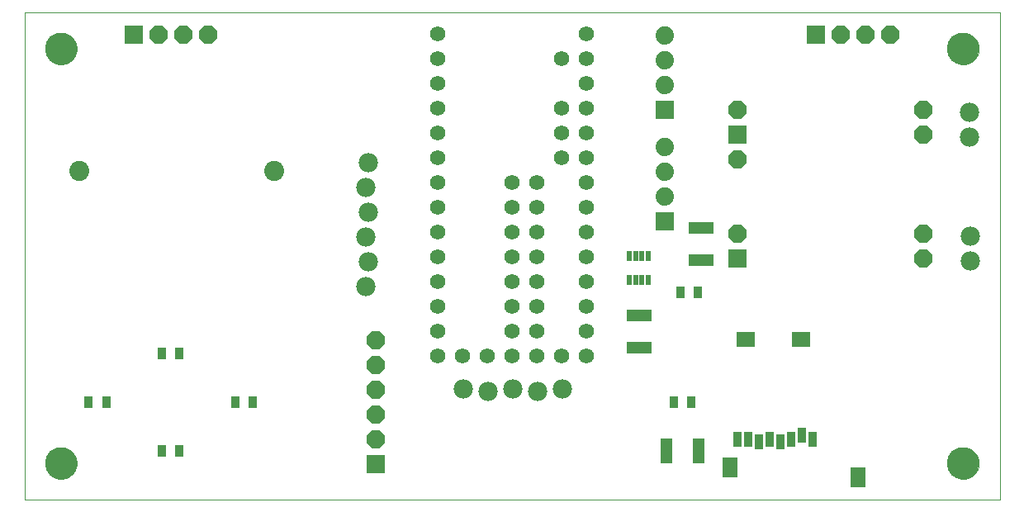
<source format=gts>
G75*
%MOIN*%
%OFA0B0*%
%FSLAX25Y25*%
%IPPOS*%
%LPD*%
%AMOC8*
5,1,8,0,0,1.08239X$1,22.5*
%
%ADD10C,0.00000*%
%ADD11C,0.12998*%
%ADD12R,0.10243X0.05124*%
%ADD13C,0.07800*%
%ADD14OC8,0.07400*%
%ADD15R,0.07400X0.07400*%
%ADD16C,0.07400*%
%ADD17C,0.06200*%
%ADD18R,0.07487X0.05912*%
%ADD19R,0.05912X0.07880*%
%ADD20R,0.03550X0.06306*%
%ADD21R,0.02172X0.04337*%
%ADD22R,0.03550X0.05124*%
%ADD23C,0.08077*%
%ADD24R,0.05124X0.10243*%
D10*
X0011643Y0016420D02*
X0011643Y0213270D01*
X0405343Y0213270D01*
X0405343Y0016420D01*
X0011643Y0016420D01*
X0020107Y0031183D02*
X0020109Y0031341D01*
X0020115Y0031499D01*
X0020125Y0031657D01*
X0020139Y0031815D01*
X0020157Y0031972D01*
X0020178Y0032129D01*
X0020204Y0032285D01*
X0020234Y0032441D01*
X0020267Y0032596D01*
X0020305Y0032749D01*
X0020346Y0032902D01*
X0020391Y0033054D01*
X0020440Y0033205D01*
X0020493Y0033354D01*
X0020549Y0033502D01*
X0020609Y0033648D01*
X0020673Y0033793D01*
X0020741Y0033936D01*
X0020812Y0034078D01*
X0020886Y0034218D01*
X0020964Y0034355D01*
X0021046Y0034491D01*
X0021130Y0034625D01*
X0021219Y0034756D01*
X0021310Y0034885D01*
X0021405Y0035012D01*
X0021502Y0035137D01*
X0021603Y0035259D01*
X0021707Y0035378D01*
X0021814Y0035495D01*
X0021924Y0035609D01*
X0022037Y0035720D01*
X0022152Y0035829D01*
X0022270Y0035934D01*
X0022391Y0036036D01*
X0022514Y0036136D01*
X0022640Y0036232D01*
X0022768Y0036325D01*
X0022898Y0036415D01*
X0023031Y0036501D01*
X0023166Y0036585D01*
X0023302Y0036664D01*
X0023441Y0036741D01*
X0023582Y0036813D01*
X0023724Y0036883D01*
X0023868Y0036948D01*
X0024014Y0037010D01*
X0024161Y0037068D01*
X0024310Y0037123D01*
X0024460Y0037174D01*
X0024611Y0037221D01*
X0024763Y0037264D01*
X0024916Y0037303D01*
X0025071Y0037339D01*
X0025226Y0037370D01*
X0025382Y0037398D01*
X0025538Y0037422D01*
X0025695Y0037442D01*
X0025853Y0037458D01*
X0026010Y0037470D01*
X0026169Y0037478D01*
X0026327Y0037482D01*
X0026485Y0037482D01*
X0026643Y0037478D01*
X0026802Y0037470D01*
X0026959Y0037458D01*
X0027117Y0037442D01*
X0027274Y0037422D01*
X0027430Y0037398D01*
X0027586Y0037370D01*
X0027741Y0037339D01*
X0027896Y0037303D01*
X0028049Y0037264D01*
X0028201Y0037221D01*
X0028352Y0037174D01*
X0028502Y0037123D01*
X0028651Y0037068D01*
X0028798Y0037010D01*
X0028944Y0036948D01*
X0029088Y0036883D01*
X0029230Y0036813D01*
X0029371Y0036741D01*
X0029510Y0036664D01*
X0029646Y0036585D01*
X0029781Y0036501D01*
X0029914Y0036415D01*
X0030044Y0036325D01*
X0030172Y0036232D01*
X0030298Y0036136D01*
X0030421Y0036036D01*
X0030542Y0035934D01*
X0030660Y0035829D01*
X0030775Y0035720D01*
X0030888Y0035609D01*
X0030998Y0035495D01*
X0031105Y0035378D01*
X0031209Y0035259D01*
X0031310Y0035137D01*
X0031407Y0035012D01*
X0031502Y0034885D01*
X0031593Y0034756D01*
X0031682Y0034625D01*
X0031766Y0034491D01*
X0031848Y0034355D01*
X0031926Y0034218D01*
X0032000Y0034078D01*
X0032071Y0033936D01*
X0032139Y0033793D01*
X0032203Y0033648D01*
X0032263Y0033502D01*
X0032319Y0033354D01*
X0032372Y0033205D01*
X0032421Y0033054D01*
X0032466Y0032902D01*
X0032507Y0032749D01*
X0032545Y0032596D01*
X0032578Y0032441D01*
X0032608Y0032285D01*
X0032634Y0032129D01*
X0032655Y0031972D01*
X0032673Y0031815D01*
X0032687Y0031657D01*
X0032697Y0031499D01*
X0032703Y0031341D01*
X0032705Y0031183D01*
X0032703Y0031025D01*
X0032697Y0030867D01*
X0032687Y0030709D01*
X0032673Y0030551D01*
X0032655Y0030394D01*
X0032634Y0030237D01*
X0032608Y0030081D01*
X0032578Y0029925D01*
X0032545Y0029770D01*
X0032507Y0029617D01*
X0032466Y0029464D01*
X0032421Y0029312D01*
X0032372Y0029161D01*
X0032319Y0029012D01*
X0032263Y0028864D01*
X0032203Y0028718D01*
X0032139Y0028573D01*
X0032071Y0028430D01*
X0032000Y0028288D01*
X0031926Y0028148D01*
X0031848Y0028011D01*
X0031766Y0027875D01*
X0031682Y0027741D01*
X0031593Y0027610D01*
X0031502Y0027481D01*
X0031407Y0027354D01*
X0031310Y0027229D01*
X0031209Y0027107D01*
X0031105Y0026988D01*
X0030998Y0026871D01*
X0030888Y0026757D01*
X0030775Y0026646D01*
X0030660Y0026537D01*
X0030542Y0026432D01*
X0030421Y0026330D01*
X0030298Y0026230D01*
X0030172Y0026134D01*
X0030044Y0026041D01*
X0029914Y0025951D01*
X0029781Y0025865D01*
X0029646Y0025781D01*
X0029510Y0025702D01*
X0029371Y0025625D01*
X0029230Y0025553D01*
X0029088Y0025483D01*
X0028944Y0025418D01*
X0028798Y0025356D01*
X0028651Y0025298D01*
X0028502Y0025243D01*
X0028352Y0025192D01*
X0028201Y0025145D01*
X0028049Y0025102D01*
X0027896Y0025063D01*
X0027741Y0025027D01*
X0027586Y0024996D01*
X0027430Y0024968D01*
X0027274Y0024944D01*
X0027117Y0024924D01*
X0026959Y0024908D01*
X0026802Y0024896D01*
X0026643Y0024888D01*
X0026485Y0024884D01*
X0026327Y0024884D01*
X0026169Y0024888D01*
X0026010Y0024896D01*
X0025853Y0024908D01*
X0025695Y0024924D01*
X0025538Y0024944D01*
X0025382Y0024968D01*
X0025226Y0024996D01*
X0025071Y0025027D01*
X0024916Y0025063D01*
X0024763Y0025102D01*
X0024611Y0025145D01*
X0024460Y0025192D01*
X0024310Y0025243D01*
X0024161Y0025298D01*
X0024014Y0025356D01*
X0023868Y0025418D01*
X0023724Y0025483D01*
X0023582Y0025553D01*
X0023441Y0025625D01*
X0023302Y0025702D01*
X0023166Y0025781D01*
X0023031Y0025865D01*
X0022898Y0025951D01*
X0022768Y0026041D01*
X0022640Y0026134D01*
X0022514Y0026230D01*
X0022391Y0026330D01*
X0022270Y0026432D01*
X0022152Y0026537D01*
X0022037Y0026646D01*
X0021924Y0026757D01*
X0021814Y0026871D01*
X0021707Y0026988D01*
X0021603Y0027107D01*
X0021502Y0027229D01*
X0021405Y0027354D01*
X0021310Y0027481D01*
X0021219Y0027610D01*
X0021130Y0027741D01*
X0021046Y0027875D01*
X0020964Y0028011D01*
X0020886Y0028148D01*
X0020812Y0028288D01*
X0020741Y0028430D01*
X0020673Y0028573D01*
X0020609Y0028718D01*
X0020549Y0028864D01*
X0020493Y0029012D01*
X0020440Y0029161D01*
X0020391Y0029312D01*
X0020346Y0029464D01*
X0020305Y0029617D01*
X0020267Y0029770D01*
X0020234Y0029925D01*
X0020204Y0030081D01*
X0020178Y0030237D01*
X0020157Y0030394D01*
X0020139Y0030551D01*
X0020125Y0030709D01*
X0020115Y0030867D01*
X0020109Y0031025D01*
X0020107Y0031183D01*
X0020107Y0198506D02*
X0020109Y0198664D01*
X0020115Y0198822D01*
X0020125Y0198980D01*
X0020139Y0199138D01*
X0020157Y0199295D01*
X0020178Y0199452D01*
X0020204Y0199608D01*
X0020234Y0199764D01*
X0020267Y0199919D01*
X0020305Y0200072D01*
X0020346Y0200225D01*
X0020391Y0200377D01*
X0020440Y0200528D01*
X0020493Y0200677D01*
X0020549Y0200825D01*
X0020609Y0200971D01*
X0020673Y0201116D01*
X0020741Y0201259D01*
X0020812Y0201401D01*
X0020886Y0201541D01*
X0020964Y0201678D01*
X0021046Y0201814D01*
X0021130Y0201948D01*
X0021219Y0202079D01*
X0021310Y0202208D01*
X0021405Y0202335D01*
X0021502Y0202460D01*
X0021603Y0202582D01*
X0021707Y0202701D01*
X0021814Y0202818D01*
X0021924Y0202932D01*
X0022037Y0203043D01*
X0022152Y0203152D01*
X0022270Y0203257D01*
X0022391Y0203359D01*
X0022514Y0203459D01*
X0022640Y0203555D01*
X0022768Y0203648D01*
X0022898Y0203738D01*
X0023031Y0203824D01*
X0023166Y0203908D01*
X0023302Y0203987D01*
X0023441Y0204064D01*
X0023582Y0204136D01*
X0023724Y0204206D01*
X0023868Y0204271D01*
X0024014Y0204333D01*
X0024161Y0204391D01*
X0024310Y0204446D01*
X0024460Y0204497D01*
X0024611Y0204544D01*
X0024763Y0204587D01*
X0024916Y0204626D01*
X0025071Y0204662D01*
X0025226Y0204693D01*
X0025382Y0204721D01*
X0025538Y0204745D01*
X0025695Y0204765D01*
X0025853Y0204781D01*
X0026010Y0204793D01*
X0026169Y0204801D01*
X0026327Y0204805D01*
X0026485Y0204805D01*
X0026643Y0204801D01*
X0026802Y0204793D01*
X0026959Y0204781D01*
X0027117Y0204765D01*
X0027274Y0204745D01*
X0027430Y0204721D01*
X0027586Y0204693D01*
X0027741Y0204662D01*
X0027896Y0204626D01*
X0028049Y0204587D01*
X0028201Y0204544D01*
X0028352Y0204497D01*
X0028502Y0204446D01*
X0028651Y0204391D01*
X0028798Y0204333D01*
X0028944Y0204271D01*
X0029088Y0204206D01*
X0029230Y0204136D01*
X0029371Y0204064D01*
X0029510Y0203987D01*
X0029646Y0203908D01*
X0029781Y0203824D01*
X0029914Y0203738D01*
X0030044Y0203648D01*
X0030172Y0203555D01*
X0030298Y0203459D01*
X0030421Y0203359D01*
X0030542Y0203257D01*
X0030660Y0203152D01*
X0030775Y0203043D01*
X0030888Y0202932D01*
X0030998Y0202818D01*
X0031105Y0202701D01*
X0031209Y0202582D01*
X0031310Y0202460D01*
X0031407Y0202335D01*
X0031502Y0202208D01*
X0031593Y0202079D01*
X0031682Y0201948D01*
X0031766Y0201814D01*
X0031848Y0201678D01*
X0031926Y0201541D01*
X0032000Y0201401D01*
X0032071Y0201259D01*
X0032139Y0201116D01*
X0032203Y0200971D01*
X0032263Y0200825D01*
X0032319Y0200677D01*
X0032372Y0200528D01*
X0032421Y0200377D01*
X0032466Y0200225D01*
X0032507Y0200072D01*
X0032545Y0199919D01*
X0032578Y0199764D01*
X0032608Y0199608D01*
X0032634Y0199452D01*
X0032655Y0199295D01*
X0032673Y0199138D01*
X0032687Y0198980D01*
X0032697Y0198822D01*
X0032703Y0198664D01*
X0032705Y0198506D01*
X0032703Y0198348D01*
X0032697Y0198190D01*
X0032687Y0198032D01*
X0032673Y0197874D01*
X0032655Y0197717D01*
X0032634Y0197560D01*
X0032608Y0197404D01*
X0032578Y0197248D01*
X0032545Y0197093D01*
X0032507Y0196940D01*
X0032466Y0196787D01*
X0032421Y0196635D01*
X0032372Y0196484D01*
X0032319Y0196335D01*
X0032263Y0196187D01*
X0032203Y0196041D01*
X0032139Y0195896D01*
X0032071Y0195753D01*
X0032000Y0195611D01*
X0031926Y0195471D01*
X0031848Y0195334D01*
X0031766Y0195198D01*
X0031682Y0195064D01*
X0031593Y0194933D01*
X0031502Y0194804D01*
X0031407Y0194677D01*
X0031310Y0194552D01*
X0031209Y0194430D01*
X0031105Y0194311D01*
X0030998Y0194194D01*
X0030888Y0194080D01*
X0030775Y0193969D01*
X0030660Y0193860D01*
X0030542Y0193755D01*
X0030421Y0193653D01*
X0030298Y0193553D01*
X0030172Y0193457D01*
X0030044Y0193364D01*
X0029914Y0193274D01*
X0029781Y0193188D01*
X0029646Y0193104D01*
X0029510Y0193025D01*
X0029371Y0192948D01*
X0029230Y0192876D01*
X0029088Y0192806D01*
X0028944Y0192741D01*
X0028798Y0192679D01*
X0028651Y0192621D01*
X0028502Y0192566D01*
X0028352Y0192515D01*
X0028201Y0192468D01*
X0028049Y0192425D01*
X0027896Y0192386D01*
X0027741Y0192350D01*
X0027586Y0192319D01*
X0027430Y0192291D01*
X0027274Y0192267D01*
X0027117Y0192247D01*
X0026959Y0192231D01*
X0026802Y0192219D01*
X0026643Y0192211D01*
X0026485Y0192207D01*
X0026327Y0192207D01*
X0026169Y0192211D01*
X0026010Y0192219D01*
X0025853Y0192231D01*
X0025695Y0192247D01*
X0025538Y0192267D01*
X0025382Y0192291D01*
X0025226Y0192319D01*
X0025071Y0192350D01*
X0024916Y0192386D01*
X0024763Y0192425D01*
X0024611Y0192468D01*
X0024460Y0192515D01*
X0024310Y0192566D01*
X0024161Y0192621D01*
X0024014Y0192679D01*
X0023868Y0192741D01*
X0023724Y0192806D01*
X0023582Y0192876D01*
X0023441Y0192948D01*
X0023302Y0193025D01*
X0023166Y0193104D01*
X0023031Y0193188D01*
X0022898Y0193274D01*
X0022768Y0193364D01*
X0022640Y0193457D01*
X0022514Y0193553D01*
X0022391Y0193653D01*
X0022270Y0193755D01*
X0022152Y0193860D01*
X0022037Y0193969D01*
X0021924Y0194080D01*
X0021814Y0194194D01*
X0021707Y0194311D01*
X0021603Y0194430D01*
X0021502Y0194552D01*
X0021405Y0194677D01*
X0021310Y0194804D01*
X0021219Y0194933D01*
X0021130Y0195064D01*
X0021046Y0195198D01*
X0020964Y0195334D01*
X0020886Y0195471D01*
X0020812Y0195611D01*
X0020741Y0195753D01*
X0020673Y0195896D01*
X0020609Y0196041D01*
X0020549Y0196187D01*
X0020493Y0196335D01*
X0020440Y0196484D01*
X0020391Y0196635D01*
X0020346Y0196787D01*
X0020305Y0196940D01*
X0020267Y0197093D01*
X0020234Y0197248D01*
X0020204Y0197404D01*
X0020178Y0197560D01*
X0020157Y0197717D01*
X0020139Y0197874D01*
X0020125Y0198032D01*
X0020115Y0198190D01*
X0020109Y0198348D01*
X0020107Y0198506D01*
X0384281Y0198506D02*
X0384283Y0198664D01*
X0384289Y0198822D01*
X0384299Y0198980D01*
X0384313Y0199138D01*
X0384331Y0199295D01*
X0384352Y0199452D01*
X0384378Y0199608D01*
X0384408Y0199764D01*
X0384441Y0199919D01*
X0384479Y0200072D01*
X0384520Y0200225D01*
X0384565Y0200377D01*
X0384614Y0200528D01*
X0384667Y0200677D01*
X0384723Y0200825D01*
X0384783Y0200971D01*
X0384847Y0201116D01*
X0384915Y0201259D01*
X0384986Y0201401D01*
X0385060Y0201541D01*
X0385138Y0201678D01*
X0385220Y0201814D01*
X0385304Y0201948D01*
X0385393Y0202079D01*
X0385484Y0202208D01*
X0385579Y0202335D01*
X0385676Y0202460D01*
X0385777Y0202582D01*
X0385881Y0202701D01*
X0385988Y0202818D01*
X0386098Y0202932D01*
X0386211Y0203043D01*
X0386326Y0203152D01*
X0386444Y0203257D01*
X0386565Y0203359D01*
X0386688Y0203459D01*
X0386814Y0203555D01*
X0386942Y0203648D01*
X0387072Y0203738D01*
X0387205Y0203824D01*
X0387340Y0203908D01*
X0387476Y0203987D01*
X0387615Y0204064D01*
X0387756Y0204136D01*
X0387898Y0204206D01*
X0388042Y0204271D01*
X0388188Y0204333D01*
X0388335Y0204391D01*
X0388484Y0204446D01*
X0388634Y0204497D01*
X0388785Y0204544D01*
X0388937Y0204587D01*
X0389090Y0204626D01*
X0389245Y0204662D01*
X0389400Y0204693D01*
X0389556Y0204721D01*
X0389712Y0204745D01*
X0389869Y0204765D01*
X0390027Y0204781D01*
X0390184Y0204793D01*
X0390343Y0204801D01*
X0390501Y0204805D01*
X0390659Y0204805D01*
X0390817Y0204801D01*
X0390976Y0204793D01*
X0391133Y0204781D01*
X0391291Y0204765D01*
X0391448Y0204745D01*
X0391604Y0204721D01*
X0391760Y0204693D01*
X0391915Y0204662D01*
X0392070Y0204626D01*
X0392223Y0204587D01*
X0392375Y0204544D01*
X0392526Y0204497D01*
X0392676Y0204446D01*
X0392825Y0204391D01*
X0392972Y0204333D01*
X0393118Y0204271D01*
X0393262Y0204206D01*
X0393404Y0204136D01*
X0393545Y0204064D01*
X0393684Y0203987D01*
X0393820Y0203908D01*
X0393955Y0203824D01*
X0394088Y0203738D01*
X0394218Y0203648D01*
X0394346Y0203555D01*
X0394472Y0203459D01*
X0394595Y0203359D01*
X0394716Y0203257D01*
X0394834Y0203152D01*
X0394949Y0203043D01*
X0395062Y0202932D01*
X0395172Y0202818D01*
X0395279Y0202701D01*
X0395383Y0202582D01*
X0395484Y0202460D01*
X0395581Y0202335D01*
X0395676Y0202208D01*
X0395767Y0202079D01*
X0395856Y0201948D01*
X0395940Y0201814D01*
X0396022Y0201678D01*
X0396100Y0201541D01*
X0396174Y0201401D01*
X0396245Y0201259D01*
X0396313Y0201116D01*
X0396377Y0200971D01*
X0396437Y0200825D01*
X0396493Y0200677D01*
X0396546Y0200528D01*
X0396595Y0200377D01*
X0396640Y0200225D01*
X0396681Y0200072D01*
X0396719Y0199919D01*
X0396752Y0199764D01*
X0396782Y0199608D01*
X0396808Y0199452D01*
X0396829Y0199295D01*
X0396847Y0199138D01*
X0396861Y0198980D01*
X0396871Y0198822D01*
X0396877Y0198664D01*
X0396879Y0198506D01*
X0396877Y0198348D01*
X0396871Y0198190D01*
X0396861Y0198032D01*
X0396847Y0197874D01*
X0396829Y0197717D01*
X0396808Y0197560D01*
X0396782Y0197404D01*
X0396752Y0197248D01*
X0396719Y0197093D01*
X0396681Y0196940D01*
X0396640Y0196787D01*
X0396595Y0196635D01*
X0396546Y0196484D01*
X0396493Y0196335D01*
X0396437Y0196187D01*
X0396377Y0196041D01*
X0396313Y0195896D01*
X0396245Y0195753D01*
X0396174Y0195611D01*
X0396100Y0195471D01*
X0396022Y0195334D01*
X0395940Y0195198D01*
X0395856Y0195064D01*
X0395767Y0194933D01*
X0395676Y0194804D01*
X0395581Y0194677D01*
X0395484Y0194552D01*
X0395383Y0194430D01*
X0395279Y0194311D01*
X0395172Y0194194D01*
X0395062Y0194080D01*
X0394949Y0193969D01*
X0394834Y0193860D01*
X0394716Y0193755D01*
X0394595Y0193653D01*
X0394472Y0193553D01*
X0394346Y0193457D01*
X0394218Y0193364D01*
X0394088Y0193274D01*
X0393955Y0193188D01*
X0393820Y0193104D01*
X0393684Y0193025D01*
X0393545Y0192948D01*
X0393404Y0192876D01*
X0393262Y0192806D01*
X0393118Y0192741D01*
X0392972Y0192679D01*
X0392825Y0192621D01*
X0392676Y0192566D01*
X0392526Y0192515D01*
X0392375Y0192468D01*
X0392223Y0192425D01*
X0392070Y0192386D01*
X0391915Y0192350D01*
X0391760Y0192319D01*
X0391604Y0192291D01*
X0391448Y0192267D01*
X0391291Y0192247D01*
X0391133Y0192231D01*
X0390976Y0192219D01*
X0390817Y0192211D01*
X0390659Y0192207D01*
X0390501Y0192207D01*
X0390343Y0192211D01*
X0390184Y0192219D01*
X0390027Y0192231D01*
X0389869Y0192247D01*
X0389712Y0192267D01*
X0389556Y0192291D01*
X0389400Y0192319D01*
X0389245Y0192350D01*
X0389090Y0192386D01*
X0388937Y0192425D01*
X0388785Y0192468D01*
X0388634Y0192515D01*
X0388484Y0192566D01*
X0388335Y0192621D01*
X0388188Y0192679D01*
X0388042Y0192741D01*
X0387898Y0192806D01*
X0387756Y0192876D01*
X0387615Y0192948D01*
X0387476Y0193025D01*
X0387340Y0193104D01*
X0387205Y0193188D01*
X0387072Y0193274D01*
X0386942Y0193364D01*
X0386814Y0193457D01*
X0386688Y0193553D01*
X0386565Y0193653D01*
X0386444Y0193755D01*
X0386326Y0193860D01*
X0386211Y0193969D01*
X0386098Y0194080D01*
X0385988Y0194194D01*
X0385881Y0194311D01*
X0385777Y0194430D01*
X0385676Y0194552D01*
X0385579Y0194677D01*
X0385484Y0194804D01*
X0385393Y0194933D01*
X0385304Y0195064D01*
X0385220Y0195198D01*
X0385138Y0195334D01*
X0385060Y0195471D01*
X0384986Y0195611D01*
X0384915Y0195753D01*
X0384847Y0195896D01*
X0384783Y0196041D01*
X0384723Y0196187D01*
X0384667Y0196335D01*
X0384614Y0196484D01*
X0384565Y0196635D01*
X0384520Y0196787D01*
X0384479Y0196940D01*
X0384441Y0197093D01*
X0384408Y0197248D01*
X0384378Y0197404D01*
X0384352Y0197560D01*
X0384331Y0197717D01*
X0384313Y0197874D01*
X0384299Y0198032D01*
X0384289Y0198190D01*
X0384283Y0198348D01*
X0384281Y0198506D01*
X0384281Y0031183D02*
X0384283Y0031341D01*
X0384289Y0031499D01*
X0384299Y0031657D01*
X0384313Y0031815D01*
X0384331Y0031972D01*
X0384352Y0032129D01*
X0384378Y0032285D01*
X0384408Y0032441D01*
X0384441Y0032596D01*
X0384479Y0032749D01*
X0384520Y0032902D01*
X0384565Y0033054D01*
X0384614Y0033205D01*
X0384667Y0033354D01*
X0384723Y0033502D01*
X0384783Y0033648D01*
X0384847Y0033793D01*
X0384915Y0033936D01*
X0384986Y0034078D01*
X0385060Y0034218D01*
X0385138Y0034355D01*
X0385220Y0034491D01*
X0385304Y0034625D01*
X0385393Y0034756D01*
X0385484Y0034885D01*
X0385579Y0035012D01*
X0385676Y0035137D01*
X0385777Y0035259D01*
X0385881Y0035378D01*
X0385988Y0035495D01*
X0386098Y0035609D01*
X0386211Y0035720D01*
X0386326Y0035829D01*
X0386444Y0035934D01*
X0386565Y0036036D01*
X0386688Y0036136D01*
X0386814Y0036232D01*
X0386942Y0036325D01*
X0387072Y0036415D01*
X0387205Y0036501D01*
X0387340Y0036585D01*
X0387476Y0036664D01*
X0387615Y0036741D01*
X0387756Y0036813D01*
X0387898Y0036883D01*
X0388042Y0036948D01*
X0388188Y0037010D01*
X0388335Y0037068D01*
X0388484Y0037123D01*
X0388634Y0037174D01*
X0388785Y0037221D01*
X0388937Y0037264D01*
X0389090Y0037303D01*
X0389245Y0037339D01*
X0389400Y0037370D01*
X0389556Y0037398D01*
X0389712Y0037422D01*
X0389869Y0037442D01*
X0390027Y0037458D01*
X0390184Y0037470D01*
X0390343Y0037478D01*
X0390501Y0037482D01*
X0390659Y0037482D01*
X0390817Y0037478D01*
X0390976Y0037470D01*
X0391133Y0037458D01*
X0391291Y0037442D01*
X0391448Y0037422D01*
X0391604Y0037398D01*
X0391760Y0037370D01*
X0391915Y0037339D01*
X0392070Y0037303D01*
X0392223Y0037264D01*
X0392375Y0037221D01*
X0392526Y0037174D01*
X0392676Y0037123D01*
X0392825Y0037068D01*
X0392972Y0037010D01*
X0393118Y0036948D01*
X0393262Y0036883D01*
X0393404Y0036813D01*
X0393545Y0036741D01*
X0393684Y0036664D01*
X0393820Y0036585D01*
X0393955Y0036501D01*
X0394088Y0036415D01*
X0394218Y0036325D01*
X0394346Y0036232D01*
X0394472Y0036136D01*
X0394595Y0036036D01*
X0394716Y0035934D01*
X0394834Y0035829D01*
X0394949Y0035720D01*
X0395062Y0035609D01*
X0395172Y0035495D01*
X0395279Y0035378D01*
X0395383Y0035259D01*
X0395484Y0035137D01*
X0395581Y0035012D01*
X0395676Y0034885D01*
X0395767Y0034756D01*
X0395856Y0034625D01*
X0395940Y0034491D01*
X0396022Y0034355D01*
X0396100Y0034218D01*
X0396174Y0034078D01*
X0396245Y0033936D01*
X0396313Y0033793D01*
X0396377Y0033648D01*
X0396437Y0033502D01*
X0396493Y0033354D01*
X0396546Y0033205D01*
X0396595Y0033054D01*
X0396640Y0032902D01*
X0396681Y0032749D01*
X0396719Y0032596D01*
X0396752Y0032441D01*
X0396782Y0032285D01*
X0396808Y0032129D01*
X0396829Y0031972D01*
X0396847Y0031815D01*
X0396861Y0031657D01*
X0396871Y0031499D01*
X0396877Y0031341D01*
X0396879Y0031183D01*
X0396877Y0031025D01*
X0396871Y0030867D01*
X0396861Y0030709D01*
X0396847Y0030551D01*
X0396829Y0030394D01*
X0396808Y0030237D01*
X0396782Y0030081D01*
X0396752Y0029925D01*
X0396719Y0029770D01*
X0396681Y0029617D01*
X0396640Y0029464D01*
X0396595Y0029312D01*
X0396546Y0029161D01*
X0396493Y0029012D01*
X0396437Y0028864D01*
X0396377Y0028718D01*
X0396313Y0028573D01*
X0396245Y0028430D01*
X0396174Y0028288D01*
X0396100Y0028148D01*
X0396022Y0028011D01*
X0395940Y0027875D01*
X0395856Y0027741D01*
X0395767Y0027610D01*
X0395676Y0027481D01*
X0395581Y0027354D01*
X0395484Y0027229D01*
X0395383Y0027107D01*
X0395279Y0026988D01*
X0395172Y0026871D01*
X0395062Y0026757D01*
X0394949Y0026646D01*
X0394834Y0026537D01*
X0394716Y0026432D01*
X0394595Y0026330D01*
X0394472Y0026230D01*
X0394346Y0026134D01*
X0394218Y0026041D01*
X0394088Y0025951D01*
X0393955Y0025865D01*
X0393820Y0025781D01*
X0393684Y0025702D01*
X0393545Y0025625D01*
X0393404Y0025553D01*
X0393262Y0025483D01*
X0393118Y0025418D01*
X0392972Y0025356D01*
X0392825Y0025298D01*
X0392676Y0025243D01*
X0392526Y0025192D01*
X0392375Y0025145D01*
X0392223Y0025102D01*
X0392070Y0025063D01*
X0391915Y0025027D01*
X0391760Y0024996D01*
X0391604Y0024968D01*
X0391448Y0024944D01*
X0391291Y0024924D01*
X0391133Y0024908D01*
X0390976Y0024896D01*
X0390817Y0024888D01*
X0390659Y0024884D01*
X0390501Y0024884D01*
X0390343Y0024888D01*
X0390184Y0024896D01*
X0390027Y0024908D01*
X0389869Y0024924D01*
X0389712Y0024944D01*
X0389556Y0024968D01*
X0389400Y0024996D01*
X0389245Y0025027D01*
X0389090Y0025063D01*
X0388937Y0025102D01*
X0388785Y0025145D01*
X0388634Y0025192D01*
X0388484Y0025243D01*
X0388335Y0025298D01*
X0388188Y0025356D01*
X0388042Y0025418D01*
X0387898Y0025483D01*
X0387756Y0025553D01*
X0387615Y0025625D01*
X0387476Y0025702D01*
X0387340Y0025781D01*
X0387205Y0025865D01*
X0387072Y0025951D01*
X0386942Y0026041D01*
X0386814Y0026134D01*
X0386688Y0026230D01*
X0386565Y0026330D01*
X0386444Y0026432D01*
X0386326Y0026537D01*
X0386211Y0026646D01*
X0386098Y0026757D01*
X0385988Y0026871D01*
X0385881Y0026988D01*
X0385777Y0027107D01*
X0385676Y0027229D01*
X0385579Y0027354D01*
X0385484Y0027481D01*
X0385393Y0027610D01*
X0385304Y0027741D01*
X0385220Y0027875D01*
X0385138Y0028011D01*
X0385060Y0028148D01*
X0384986Y0028288D01*
X0384915Y0028430D01*
X0384847Y0028573D01*
X0384783Y0028718D01*
X0384723Y0028864D01*
X0384667Y0029012D01*
X0384614Y0029161D01*
X0384565Y0029312D01*
X0384520Y0029464D01*
X0384479Y0029617D01*
X0384441Y0029770D01*
X0384408Y0029925D01*
X0384378Y0030081D01*
X0384352Y0030237D01*
X0384331Y0030394D01*
X0384313Y0030551D01*
X0384299Y0030709D01*
X0384289Y0030867D01*
X0384283Y0031025D01*
X0384281Y0031183D01*
D11*
X0390580Y0031183D03*
X0390580Y0198506D03*
X0026406Y0198506D03*
X0026406Y0031183D03*
D12*
X0259674Y0077837D03*
X0259674Y0090829D03*
X0284654Y0113309D03*
X0284654Y0126302D03*
D13*
X0393355Y0122975D03*
X0393355Y0112975D03*
X0393080Y0162975D03*
X0393080Y0172975D03*
X0228808Y0061211D03*
X0218808Y0060211D03*
X0208808Y0061211D03*
X0198808Y0060211D03*
X0188808Y0061211D03*
X0149398Y0102345D03*
X0150398Y0112345D03*
X0149398Y0122345D03*
X0150398Y0132345D03*
X0149398Y0142345D03*
X0150398Y0152345D03*
D14*
X0085698Y0204215D03*
X0075698Y0204215D03*
X0065698Y0204215D03*
X0153355Y0080691D03*
X0153355Y0070691D03*
X0153355Y0060691D03*
X0153355Y0050691D03*
X0153355Y0040691D03*
X0299497Y0123821D03*
X0299497Y0153821D03*
X0299497Y0173821D03*
X0341288Y0204215D03*
X0351288Y0204215D03*
X0361288Y0204215D03*
X0374497Y0173821D03*
X0374497Y0163821D03*
X0374497Y0123821D03*
X0374497Y0113821D03*
D15*
X0299497Y0113821D03*
X0270009Y0128880D03*
X0299497Y0163821D03*
X0270009Y0173664D03*
X0331288Y0204215D03*
X0055698Y0204215D03*
X0153355Y0030691D03*
D16*
X0270009Y0138880D03*
X0270009Y0148880D03*
X0270009Y0158880D03*
X0270009Y0183664D03*
X0270009Y0193664D03*
X0270009Y0203664D03*
D17*
X0238493Y0204451D03*
X0238493Y0194451D03*
X0228493Y0194451D03*
X0238493Y0184451D03*
X0238493Y0174451D03*
X0228493Y0174451D03*
X0228493Y0164451D03*
X0238493Y0164451D03*
X0238493Y0154451D03*
X0228493Y0154451D03*
X0238493Y0144451D03*
X0238493Y0134451D03*
X0218493Y0134451D03*
X0208493Y0134451D03*
X0208493Y0144451D03*
X0218493Y0144451D03*
X0218493Y0124451D03*
X0208493Y0124451D03*
X0208493Y0114451D03*
X0218493Y0114451D03*
X0238493Y0114451D03*
X0238493Y0124451D03*
X0238493Y0104451D03*
X0218493Y0104451D03*
X0208493Y0104451D03*
X0208493Y0094451D03*
X0218493Y0094451D03*
X0218493Y0084451D03*
X0208493Y0084451D03*
X0208493Y0074451D03*
X0198493Y0074451D03*
X0188493Y0074451D03*
X0178493Y0074451D03*
X0178493Y0084451D03*
X0178493Y0094451D03*
X0178493Y0104451D03*
X0178493Y0114451D03*
X0178493Y0124451D03*
X0178493Y0134451D03*
X0178493Y0144451D03*
X0178493Y0154451D03*
X0178493Y0164451D03*
X0178493Y0174451D03*
X0178493Y0184451D03*
X0178493Y0194451D03*
X0178493Y0204451D03*
X0238493Y0094451D03*
X0238493Y0084451D03*
X0238493Y0074451D03*
X0228493Y0074451D03*
X0218493Y0074451D03*
D18*
X0302686Y0081321D03*
X0325127Y0081321D03*
D19*
X0296387Y0029550D03*
X0348158Y0025613D03*
D20*
X0329812Y0040770D03*
X0325481Y0042345D03*
X0321150Y0040770D03*
X0316820Y0039983D03*
X0312489Y0040770D03*
X0308158Y0039983D03*
X0303828Y0040770D03*
X0299497Y0040770D03*
D21*
X0263513Y0105101D03*
X0260954Y0105101D03*
X0258394Y0105101D03*
X0255835Y0105101D03*
X0255835Y0114746D03*
X0258394Y0114746D03*
X0260954Y0114746D03*
X0263513Y0114746D03*
D22*
X0276387Y0100081D03*
X0283473Y0100081D03*
X0280934Y0055790D03*
X0273847Y0055790D03*
X0103769Y0055790D03*
X0096682Y0055790D03*
X0074241Y0075475D03*
X0067154Y0075475D03*
X0044713Y0055790D03*
X0037627Y0055790D03*
X0067154Y0036105D03*
X0074241Y0036105D03*
D23*
X0112430Y0149294D03*
X0033690Y0149294D03*
D24*
X0270894Y0036105D03*
X0283887Y0036105D03*
M02*

</source>
